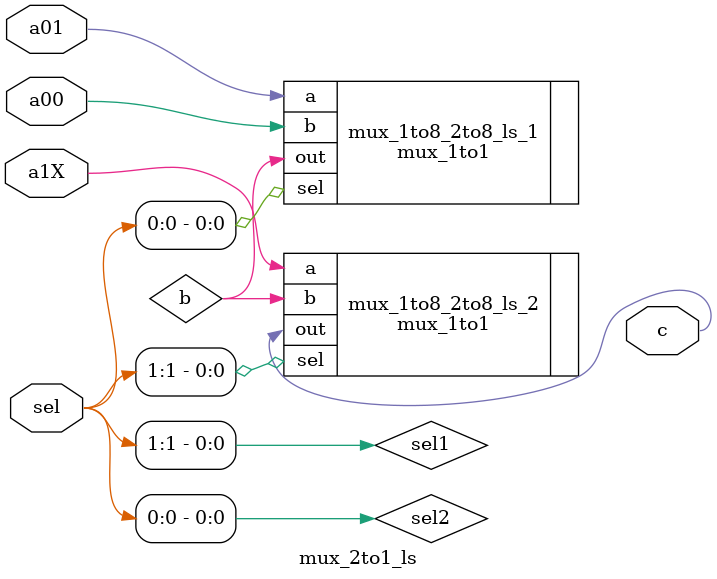
<source format=v>
module mux_2to1_ls( 
                    a1X,
                    a00,
                    a01,
                    sel,
                    c

    );
input wire   a1X,
                    a00,
                    a01
 ;
wire  b
;
 
input wire [1:0] sel   
;
output wire c
;
wire sel1,
     sel2
;
assign sel1 = sel[1];
assign sel2 = sel[0];  
    
//instance
mux_1to1 mux_1to8_2to8_ls_1   (
                                .a(a01),
                              .b(a00),
                              .sel(sel[0]),
                             .out(b)
            
    );
    
mux_1to1 mux_1to8_2to8_ls_2   (
                                .a(a1X),
                              .b(b),
                              .sel(sel[1]),
                              .out(c)
             
    );
endmodule
</source>
